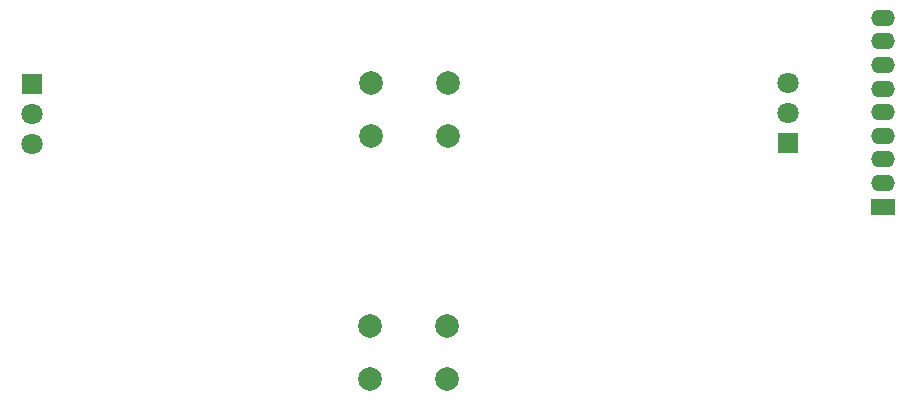
<source format=gbr>
%TF.GenerationSoftware,KiCad,Pcbnew,8.0.4*%
%TF.CreationDate,2024-08-05T15:05:38+01:00*%
%TF.ProjectId,XBox button board_no_LAN-HDD,58426f78-2062-4757-9474-6f6e20626f61,rev?*%
%TF.SameCoordinates,Original*%
%TF.FileFunction,Soldermask,Top*%
%TF.FilePolarity,Negative*%
%FSLAX46Y46*%
G04 Gerber Fmt 4.6, Leading zero omitted, Abs format (unit mm)*
G04 Created by KiCad (PCBNEW 8.0.4) date 2024-08-05 15:05:38*
%MOMM*%
%LPD*%
G01*
G04 APERTURE LIST*
%ADD10C,2.000000*%
%ADD11R,1.800000X1.800000*%
%ADD12C,1.800000*%
%ADD13R,2.000000X1.400000*%
%ADD14O,2.000000X1.400000*%
G04 APERTURE END LIST*
D10*
%TO.C,EJECT*%
X147510830Y-94700000D03*
X141010830Y-94700000D03*
X147510830Y-90200000D03*
X141010830Y-90200000D03*
%TD*%
D11*
%TO.C,D1*%
X112308830Y-90279000D03*
D12*
X112308830Y-92819000D03*
X112308830Y-95359000D03*
%TD*%
D13*
%TO.C,J1*%
X184317830Y-100693000D03*
D14*
X184317830Y-98693000D03*
X184317830Y-96693000D03*
X184317830Y-94693000D03*
X184317830Y-92693000D03*
X184317830Y-90693000D03*
X184317830Y-88693000D03*
X184317830Y-86693000D03*
X184317830Y-84693000D03*
%TD*%
D10*
%TO.C,POWER*%
X140910830Y-110750000D03*
X147410830Y-110750000D03*
X140910830Y-115250000D03*
X147410830Y-115250000D03*
%TD*%
D11*
%TO.C,D2*%
X176250000Y-95330000D03*
D12*
X176250000Y-92790000D03*
X176250000Y-90250000D03*
%TD*%
M02*

</source>
